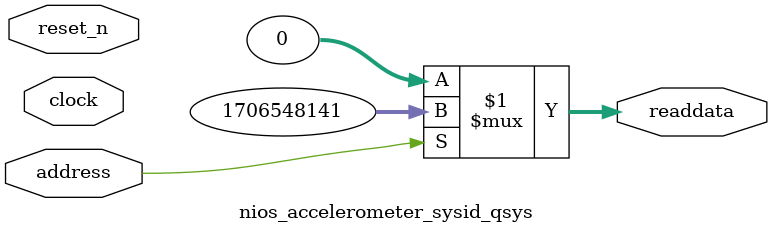
<source format=v>



// synthesis translate_off
`timescale 1ns / 1ps
// synthesis translate_on

// turn off superfluous verilog processor warnings 
// altera message_level Level1 
// altera message_off 10034 10035 10036 10037 10230 10240 10030 

module nios_accelerometer_sysid_qsys (
               // inputs:
                address,
                clock,
                reset_n,

               // outputs:
                readdata
             )
;

  output  [ 31: 0] readdata;
  input            address;
  input            clock;
  input            reset_n;

  wire    [ 31: 0] readdata;
  //control_slave, which is an e_avalon_slave
  assign readdata = address ? 1706548141 : 0;

endmodule



</source>
